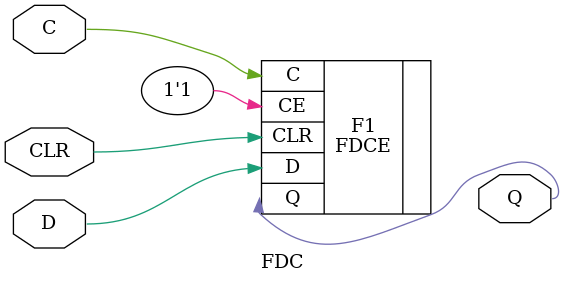
<source format=v>


`timescale  1 ps / 1 ps

module FDC (Q, C, CLR, D);

    parameter [0:0] INIT = 1'b0;

    output Q;

    input  C, CLR, D;

    wire Q;

    FDCE #(.INIT(INIT)) F1 (.Q(Q), .C(C), .CE(1'b1), .CLR(CLR), .D(D));

endmodule


</source>
